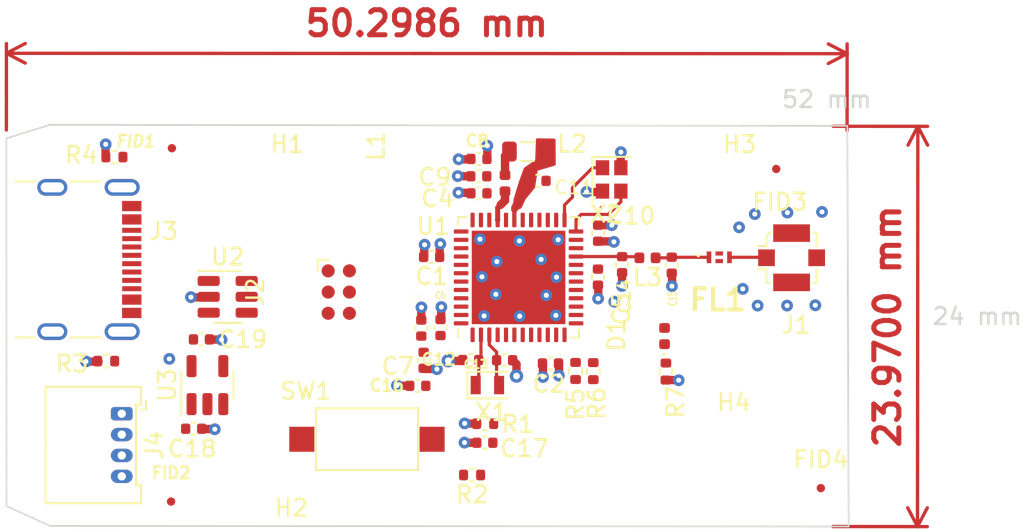
<source format=kicad_pcb>
(kicad_pcb (version 20221018) (generator pcbnew)
  (layers (0 "F.Cu" signal) (1 "In1.Cu" signal) (2 "In2.Cu" signal) (31 "B.Cu" signal) (34 "B.Paste" user) (35 "F.Paste" user) (36 "B.SilkS" user "B.Silkscreen") (37 "F.SilkS" user "F.Silkscreen") (38 "B.Mask" user) (39 "F.Mask" user) (44 "Edge.Cuts" user))
  (net 0 "")
  (net 1 "+3V3")
  (net 2 "GND")
  (net 3 "/SMPSFB")
  (net 4 "/LSC_IN")
  (net 5 "/lSC_OUT")
  (net 6 "/RF")
  (net 7 "/RF_MATCH")
  (net 8 "SWD_NRST")
  (net 9 "Net-(U1-PH3)")
  (net 10 "VBUS")
  (net 11 "Net-(D1-K)")
  (net 12 "Net-(D1-A)")
  (net 13 "/RF_ANT")
  (net 14 "Net-(J3-CC1)")
  (net 16 "Net-(J3-CC2)")
  (net 18 "Net-(J4-Pin_2)")
  (net 19 "Net-(J4-Pin_3)")
  (net 20 "/SMPSLXL")
  (net 21 "/SMPSLX")
  (net 22 "Net-(R2-Pad2)")
  (net 23 "/UART_ TX")
  (net 24 "/UART_ RX")
  (net 35 "/HSC_OUT")
  (net 36 "/HSC_IN")
  (net 43 "USB_D-")
  (net 44 "USB_D+")
  (net 51 "/SWCLK")
  (net 52 "/SWO")
  (footprint "Capacitor_SMD:C_0402_1005Metric" (layer "F.Cu") (at 61.655 71.085 90)
    (fp_text reference "C6" (at 1.93 -0.01 180) (layer "F.SilkS") (effects (font (size 0.4 0.3) (thickness 0.075))))
    (fp_text value "100n")
    (pad "1" smd roundrect (at -0.48 0 90) (size 0.56 0.62) (layers "F.Cu" "F.Paste" "F.Mask") (net 1 "+3V3"))
    (pad "2" smd roundrect (at 0.48 0 90) (size 0.56 0.62) (layers "F.Cu" "F.Paste" "F.Mask") (net 2 "GND"))
  )
  (footprint "Inductor_SMD:L_0402_1005Metric" (layer "F.Cu") (at 74.04 66.91 180)
    (fp_text reference "L3" (at 0 -1.17) (layer "F.SilkS"))
    (fp_text value "2n7")
    (pad "1" smd roundrect (at -0.485 0 180) (size 0.59 0.64) (layers "F.Cu" "F.Paste" "F.Mask") (net 7 "/RF_MATCH"))
    (pad "2" smd roundrect (at 0.485 0 180) (size 0.59 0.64) (layers "F.Cu" "F.Paste" "F.Mask") (net 6 "/RF"))
  )
  (footprint "Package_TO_SOT_SMD:SOT-23-5" (layer "F.Cu") (at 47.71 74.5325 90)
    (fp_text reference "U3" (at 0 -2.4 90) (layer "F.SilkS"))
    (fp_text value "MIC5365-3.3YD5")
    (pad "1" smd roundrect (at -1.1375 -0.95 90) (size 1.325 0.6) (layers "F.Cu" "F.Paste" "F.Mask") (net 10 "VBUS"))
    (pad "2" smd roundrect (at -1.1375 0 90) (size 1.325 0.6) (layers "F.Cu" "F.Paste" "F.Mask") (net 2 "GND"))
    (pad "3" smd roundrect (at -1.1375 0.95 90) (size 1.325 0.6) (layers "F.Cu" "F.Paste" "F.Mask") (net 10 "VBUS"))
    (pad "4" smd roundrect (at 1.1375 0.95 90) (size 1.325 0.6) (layers "F.Cu" "F.Paste" "F.Mask"))
    (pad "5" smd roundrect (at 1.1375 -0.95 90) (size 1.325 0.6) (layers "F.Cu" "F.Paste" "F.Mask") (net 1 "+3V3"))
  )
  (footprint "Capacitor_SMD:C_0402_1005Metric" (layer "F.Cu") (at 60.505 71.115 90)
    (fp_text reference "C3" (at 1.84 -0.32 180) (layer "F.SilkS") (effects (font (size 0.4 0.3) (thickness 0.0125))))
    (fp_text value "100n")
    (pad "1" smd roundrect (at -0.48 0 90) (size 0.56 0.62) (layers "F.Cu" "F.Paste" "F.Mask") (net 1 "+3V3"))
    (pad "2" smd roundrect (at 0.48 0 90) (size 0.56 0.62) (layers "F.Cu" "F.Paste" "F.Mask") (net 2 "GND"))
  )
  (footprint "Resistor_SMD:R_0402_1005Metric" (layer "F.Cu") (at 64.325 76.845)
    (fp_text reference "R1" (at 1.96 0.02) (layer "F.SilkS"))
    (fp_text value "5k1")
    (pad "1" smd roundrect (at -0.51 0) (size 0.54 0.64) (layers "F.Cu" "F.Paste" "F.Mask") (net 2 "GND"))
    (pad "2" smd roundrect (at 0.51 0) (size 0.54 0.64) (layers "F.Cu" "F.Paste" "F.Mask") (net 9 "Net-(U1-PH3)"))
  )
  (footprint "Package_TO_SOT_SMD:SOT-23-6" (layer "F.Cu") (at 48.9225 69.245)
    (fp_text reference "U2" (at 0 -2.4) (layer "F.SilkS"))
    (fp_text value "USBLC6-2SC6")
    (pad "1" smd roundrect (at -1.1375 -0.95) (size 1.325 0.6) (layers "F.Cu" "F.Paste" "F.Mask") (net 43 "USB_D-"))
    (pad "2" smd roundrect (at -1.1375 0) (size 1.325 0.6) (layers "F.Cu" "F.Paste" "F.Mask") (net 2 "GND"))
    (pad "3" smd roundrect (at -1.1375 0.95) (size 1.325 0.6) (layers "F.Cu" "F.Paste" "F.Mask") (net 44 "USB_D+"))
    (pad "4" smd roundrect (at 1.1375 0.95) (size 1.325 0.6) (layers "F.Cu" "F.Paste" "F.Mask") (net 44 "USB_D+"))
    (pad "5" smd roundrect (at 1.1375 0) (size 1.325 0.6) (layers "F.Cu" "F.Paste" "F.Mask") (net 10 "VBUS"))
    (pad "6" smd roundrect (at 1.1375 -0.95) (size 1.325 0.6) (layers "F.Cu" "F.Paste" "F.Mask") (net 43 "USB_D-"))
  )
  (footprint "Capacitor_SMD:C_0402_1005Metric" (layer "F.Cu") (at 71.075 68.065 -90)
    (fp_text reference "C5" (at 1.895 -1.395 90) (layer "F.SilkS"))
    (fp_text value "100n")
    (pad "1" smd roundrect (at -0.48 0 270) (size 0.56 0.62) (layers "F.Cu" "F.Paste" "F.Mask") (net 1 "+3V3"))
    (pad "2" smd roundrect (at 0.48 0 270) (size 0.56 0.62) (layers "F.Cu" "F.Paste" "F.Mask") (net 2 "GND"))
  )
  (footprint "Capacitor_SMD:C_0402_1005Metric" (layer "F.Cu") (at 47.355 71.795)
    (fp_text reference "C19" (at 2.48 0) (layer "F.SilkS"))
    (fp_text value "4u7")
    (pad "1" smd roundrect (at -0.48 0) (size 0.56 0.62) (layers "F.Cu" "F.Paste" "F.Mask") (net 1 "+3V3"))
    (pad "2" smd roundrect (at 0.48 0) (size 0.56 0.62) (layers "F.Cu" "F.Paste" "F.Mask") (net 2 "GND"))
  )
  (footprint "MountingHole:MountingHole_2.2mm_M2" (layer "F.Cu") (at 76.57 62.23)
    (fp_text reference "H3" (at 2.98 -2.12) (layer "F.SilkS"))
    (fp_text value "MountingHole_Pad")
    (pad "" np_thru_hole circle (at 0 0) (size 2.2 2.2) (drill 2.2) (layers "*.Cu" "*.Mask"))
  )
  (footprint "Fiducial:Fiducial_0.5mm_Mask1.5mm" (layer "F.Cu") (at 81.74 61.59)
    (fp_text reference "FID3" (at 0.22 1.97) (layer "F.SilkS"))
    (fp_text value "Fiducial")
    (pad "" smd circle (at 0 0) (size 0.5 0.5) (layers "F.Cu" "F.Mask") (clearance 0.5))
  )
  (footprint "Resistor_SMD:R_0402_1005Metric" (layer "F.Cu") (at 63.545 79.915 180)
    (fp_text reference "R2" (at 0 -1.17) (layer "F.SilkS"))
    (fp_text value "220R")
    (pad "1" smd roundrect (at -0.51 0 180) (size 0.54 0.64) (layers "F.Cu" "F.Paste" "F.Mask") (net 9 "Net-(U1-PH3)"))
    (pad "2" smd roundrect (at 0.51 0 180) (size 0.54 0.64) (layers "F.Cu" "F.Paste" "F.Mask") (net 22 "Net-(R2-Pad2)"))
  )
  (footprint "Connector_USB:USB_C_Receptacle_GCT_USB4105-xx-A_16P_TopMnt_Horizontal" (layer "F.Cu") (at 39.505 67.01 -90)
    (fp_text reference "J3" (at -1.695 -5.585 unlocked) (layer "F.SilkS"))
    (fp_text value "USB_C_Receptacle_USB2.0")
    (pad "" np_thru_hole circle (at -2.89 -2.605 270) (size 0.65 0.65) (drill 0.65) (layers "F&B.Cu" "*.Mask"))
    (pad "" np_thru_hole circle (at 2.89 -2.605 270) (size 0.65 0.65) (drill 0.65) (layers "F&B.Cu" "*.Mask"))
    (pad "A1" smd rect (at -3.2 -3.68 270) (size 0.6 1.15) (layers "F.Cu" "F.Paste" "F.Mask") (net 2 "GND"))
    (pad "A4" smd rect (at -2.4 -3.68 270) (size 0.6 1.15) (layers "F.Cu" "F.Paste" "F.Mask") (net 10 "VBUS"))
    (pad "A5" smd rect (at -1.25 -3.68 270) (size 0.3 1.15) (layers "F.Cu" "F.Paste" "F.Mask") (net 14 "Net-(J3-CC1)"))
    (pad "A6" smd rect (at -0.25 -3.68 270) (size 0.3 1.15) (layers "F.Cu" "F.Paste" "F.Mask") (net 44 "USB_D+"))
    (pad "A7" smd rect (at 0.25 -3.68 270) (size 0.3 1.15) (layers "F.Cu" "F.Paste" "F.Mask") (net 43 "USB_D-"))
    (pad "A8" smd rect (at 1.25 -3.68 270) (size 0.3 1.15) (layers "F.Cu" "F.Paste" "F.Mask"))
    (pad "A9" smd rect (at 2.4 -3.68 270) (size 0.6 1.15) (layers "F.Cu" "F.Paste" "F.Mask") (net 10 "VBUS"))
    (pad "A12" smd rect (at 3.2 -3.68 270) (size 0.6 1.15) (layers "F.Cu" "F.Paste" "F.Mask") (net 2 "GND"))
    (pad "B1" smd rect (at 3.2 -3.68 270) (size 0.6 1.15) (layers "F.Cu" "F.Paste" "F.Mask") (net 2 "GND"))
    (pad "B4" smd rect (at 2.4 -3.68 270) (size 0.6 1.15) (layers "F.Cu" "F.Paste" "F.Mask") (net 10 "VBUS"))
    (pad "B5" smd rect (at 1.75 -3.68 270) (size 0.3 1.15) (layers "F.Cu" "F.Paste" "F.Mask") (net 16 "Net-(J3-CC2)"))
    (pad "B6" smd rect (at 0.75 -3.68 270) (size 0.3 1.15) (layers "F.Cu" "F.Paste" "F.Mask") (net 44 "USB_D+"))
    (pad "B7" smd rect (at -0.75 -3.68 270) (size 0.3 1.15) (layers "F.Cu" "F.Paste" "F.Mask") (net 43 "USB_D-"))
    (pad "B8" smd rect (at -1.75 -3.68 270) (size 0.3 1.15) (layers "F.Cu" "F.Paste" "F.Mask"))
    (pad "B9" smd rect (at -2.4 -3.68 270) (size 0.6 1.15) (layers "F.Cu" "F.Paste" "F.Mask") (net 10 "VBUS"))
    (pad "B12" smd rect (at -3.2 -3.68 270) (size 0.6 1.15) (layers "F.Cu" "F.Paste" "F.Mask") (net 2 "GND"))
    (pad "S1" thru_hole oval (at -4.32 -3.105 270) (size 1 2.1) (drill oval 0.6 1.7) (layers "*.Cu" "*.Mask" "F.Paste") (net 2 "GND"))
    (pad "S1" thru_hole oval (at -4.32 1.075 270) (size 1 1.8) (drill oval 0.6 1.4) (layers "*.Cu" "*.Mask" "F.Paste") (net 2 "GND"))
    (pad "S1" thru_hole oval (at 4.32 -3.105 270) (size 1 2.1) (drill oval 0.6 1.7) (layers "*.Cu" "*.Mask" "F.Paste") (net 2 "GND"))
    (pad "S1" thru_hole oval (at 4.32 1.075 270) (size 1 1.8) (drill oval 0.6 1.4) (layers "*.Cu" "*.Mask" "F.Paste") (net 2 "GND"))
  )
  (footprint "Capacitor_SMD:C_0402_1005Metric" (layer "F.Cu") (at 60.645 73.045 -90)
    (fp_text reference "C7" (at 0.36 1.54 -180) (layer "F.SilkS"))
    (fp_text value "4u7")
    (pad "1" smd roundrect (at -0.48 0 270) (size 0.56 0.62) (layers "F.Cu" "F.Paste" "F.Mask") (net 1 "+3V3"))
    (pad "2" smd roundrect (at 0.48 0 270) (size 0.56 0.62) (layers "F.Cu" "F.Paste" "F.Mask") (net 2 "GND"))
  )
  (footprint "Capacitor_SMD:C_0402_1005Metric" (layer "F.Cu") (at 71.085 65.435 -90)
    (fp_text reference "C10" (at -1.04 -1.97) (layer "F.SilkS"))
    (fp_text value "100n")
    (pad "1" smd roundrect (at -0.48 0 270) (size 0.56 0.62) (layers "F.Cu" "F.Paste" "F.Mask") (net 1 "+3V3"))
    (pad "2" smd roundrect (at 0.48 0 270) (size 0.56 0.62) (layers "F.Cu" "F.Paste" "F.Mask") (net 2 "GND"))
  )
  (footprint "Capacitor_SMD:C_0402_1005Metric" (layer "F.Cu") (at 68.235 73.235)
    (fp_text reference "C2" (at -0.1 1.23) (layer "F.SilkS"))
    (fp_text value "100n")
    (pad "1" smd roundrect (at -0.48 0) (size 0.56 0.62) (layers "F.Cu" "F.Paste" "F.Mask") (net 1 "+3V3"))
    (pad "2" smd roundrect (at 0.48 0) (size 0.56 0.62) (layers "F.Cu" "F.Paste" "F.Mask") (net 2 "GND"))
  )
  (footprint "Capacitor_SMD:C_0402_1005Metric" (layer "F.Cu") (at 61.125 66.855 180)
    (fp_text reference "C1" (at 0 -1.16) (layer "F.SilkS"))
    (fp_text value "100n")
    (pad "1" smd roundrect (at -0.48 0 180) (size 0.56 0.62) (layers "F.Cu" "F.Paste" "F.Mask") (net 1 "+3V3"))
    (pad "2" smd roundrect (at 0.48 0 180) (size 0.56 0.62) (layers "F.Cu" "F.Paste" "F.Mask") (net 2 "GND"))
  )
  (footprint "Crystal:Crystal_SMD_2016-4Pin_2.0x1.6mm" (layer "F.Cu") (at 71.895 62.215 -90)
    (fp_text reference "X2" (at 2.07 0.33) (layer "F.SilkS"))
    (fp_text value "32MHz")
    (pad "1" smd rect (at -0.7 0.55 270) (size 0.9 0.8) (layers "F.Cu" "F.Paste" "F.Mask") (net 36 "/HSC_IN"))
    (pad "2" smd rect (at 0.7 0.55 270) (size 0.9 0.8) (layers "F.Cu" "F.Paste" "F.Mask") (net 2 "GND"))
    (pad "3" smd rect (at 0.7 -0.55 270) (size 0.9 0.8) (layers "F.Cu" "F.Paste" "F.Mask") (net 35 "/HSC_OUT"))
    (pad "4" smd rect (at -0.7 -0.55 270) (size 0.9 0.8) (layers "F.Cu" "F.Paste" "F.Mask") (net 2 "GND"))
  )
  (footprint "Capacitor_SMD:C_0402_1005Metric" (layer "F.Cu") (at 46.89 77.145)
    (fp_text reference "C18" (at -0.095 1.2) (layer "F.SilkS"))
    (fp_text value "4u7")
    (pad "1" smd roundrect (at -0.48 0) (size 0.56 0.62) (layers "F.Cu" "F.Paste" "F.Mask") (net 10 "VBUS"))
    (pad "2" smd roundrect (at 0.48 0) (size 0.56 0.62) (layers "F.Cu" "F.Paste" "F.Mask") (net 2 "GND"))
  )
  (footprint "Resistor_SMD:R_0402_1005Metric" (layer "F.Cu") (at 75.14 73.72 90)
    (fp_text reference "R7" (at -1.83 0.58 90) (layer "F.SilkS"))
    (fp_text value "220R")
    (pad "1" smd roundrect (at -0.51 0 90) (size 0.54 0.64) (layers "F.Cu" "F.Paste" "F.Mask") (net 2 "GND"))
    (pad "2" smd roundrect (at 0.51 0 90) (size 0.54 0.64) (layers "F.Cu" "F.Paste" "F.Mask") (net 11 "Net-(D1-K)"))
  )
  (footprint "Capacitor_SMD:C_0402_1005Metric" (layer "F.Cu") (at 75.49 67.35 -90)
    (fp_text reference "C15" (at 2 -0.05 90) (layer "F.SilkS") (effects (font (size 0.5 0.3) (thickness 0.075))))
    (fp_text value "0p3")
    (pad "1" smd roundrect (at -0.48 0 270) (size 0.56 0.62) (layers "F.Cu" "F.Paste" "F.Mask") (net 7 "/RF_MATCH"))
    (pad "2" smd roundrect (at 0.48 0 270) (size 0.56 0.62) (layers "F.Cu" "F.Paste" "F.Mask") (net 2 "GND"))
  )
  (footprint "Resistor_SMD:R_0402_1005Metric" (layer "F.Cu") (at 70.795 73.695 90)
    (fp_text reference "R6" (at -1.93 0.21 90) (layer "F.SilkS"))
    (fp_text value "220R")
    (pad "1" smd roundrect (at -0.51 0 90) (size 0.54 0.64) (layers "F.Cu" "F.Paste" "F.Mask") (net 19 "Net-(J4-Pin_3)"))
    (pad "2" smd roundrect (at 0.51 0 90) (size 0.54 0.64) (layers "F.Cu" "F.Paste" "F.Mask") (net 24 "/UART_ RX"))
  )
  (footprint "Fiducial:Fiducial_0.5mm_Mask1.5mm" (layer "F.Cu") (at 84.41 80.7)
    (fp_text reference "FID4" (at 0 -1.7145) (layer "F.SilkS"))
    (fp_text value "Fiducial")
    (pad "" smd circle (at 0 0) (size 0.5 0.5) (layers "F.Cu" "F.Mask") (clearance 0.5))
  )
  (footprint "Resistor_SMD:R_0402_1005Metric" (layer "F.Cu") (at 41.65 73.095 180)
    (fp_text reference "R3" (at 2.045 -0.16) (layer "F.SilkS"))
    (fp_text value "5k1")
    (pad "1" smd roundrect (at -0.51 0 180) (size 0.54 0.64) (layers "F.Cu" "F.Paste" "F.Mask") (net 16 "Net-(J3-CC2)"))
    (pad "2" smd roundrect (at 0.51 0 180) (size 0.54 0.64) (layers "F.Cu" "F.Paste" "F.Mask") (net 2 "GND"))
  )
  (footprint "Capacitor_SMD:C_0402_1005Metric" (layer "F.Cu") (at 72.52 67.32 -90)
    (fp_text reference "C14" (at 1.9 -0.14 90) (layer "F.SilkS") (effects (font (size 0.7 0.7))))
    (fp_text value "0p8")
    (pad "1" smd roundrect (at -0.48 0 270) (size 0.56 0.62) (layers "F.Cu" "F.Paste" "F.Mask") (net 6 "/RF"))
    (pad "2" smd roundrect (at 0.48 0 270) (size 0.56 0.62) (layers "F.Cu" "F.Paste" "F.Mask") (net 2 "GND"))
  )
  (footprint "Capacitor_SMD:C_0402_1005Metric" (layer "F.Cu") (at 63.955 60.985 180)
    (fp_text reference "C8" (at 0.1 1.08) (layer "F.SilkS") (effects (font (size 0.7 0.7))))
    (fp_text value "4u7")
    (pad "1" smd roundrect (at -0.48 0 180) (size 0.56 0.62) (layers "F.Cu" "F.Paste" "F.Mask") (net 1 "+3V3"))
    (pad "2" smd roundrect (at 0.48 0 180) (size 0.56 0.62) (layers "F.Cu" "F.Paste" "F.Mask") (net 2 "GND"))
  )
  (footprint "Resistor_SMD:R_0402_1005Metric" (layer "F.Cu") (at 42.145 60.875 180)
    (fp_text reference "R4" (at 1.98 0.12) (layer "F.SilkS"))
    (fp_text value "5k1")
    (pad "1" smd roundrect (at -0.51 0 180) (size 0.54 0.64) (layers "F.Cu" "F.Paste" "F.Mask") (net 14 "Net-(J3-CC1)"))
    (pad "2" smd roundrect (at 0.51 0 180) (size 0.54 0.64) (layers "F.Cu" "F.Paste" "F.Mask") (net 2 "GND"))
  )
  (footprint "Fiducial:Fiducial_0.5mm_Mask1.5mm" (layer "F.Cu") (at 45.535 81.505)
    (fp_text reference "FID2" (at 0 -1.7145) (layer "F.SilkS") (effects (font (size 0.7 0.7))))
    (fp_text value "Fiducial")
    (pad "" smd circle (at 0 0) (size 0.5 0.5) (layers "F.Cu" "F.Mask") (clearance 0.5))
  )
  (footprint "Inductor_SMD:L_0805_2012Metric" (layer "F.Cu") (at 66.8425 60.545 180)
    (fp_text reference "L2" (at -2.6825 0.46) (layer "F.SilkS"))
    (fp_text value "10u")
    (pad "1" smd roundrect (at -1.0625 0 180) (size 0.875 1.2) (layers "F.Cu" "F.Paste" "F.Mask") (net 3 "/SMPSFB"))
    (pad "2" smd roundrect (at 1.0625 0 180) (size 0.875 1.2) (layers "F.Cu" "F.Paste" "F.Mask") (net 20 "/SMPSLXL"))
  )
  (footprint "Capacitor_SMD:C_0402_1005Metric" (layer "F.Cu") (at 63.945 62.025 180)
    (fp_text reference "C9" (at 2.63 -0.05) (layer "F.SilkS"))
    (fp_text value "100n")
    (pad "1" smd roundrect (at -0.48 0 180) (size 0.56 0.62) (layers "F.Cu" "F.Paste" "F.Mask") (net 1 "+3V3"))
    (pad "2" smd roundrect (at 0.48 0 180) (size 0.56 0.62) (layers "F.Cu" "F.Paste" "F.Mask") (net 2 "GND"))
  )
  (footprint "Connector_Molex:Molex_PicoBlade_53048-0410_1x04_P1.25mm_Horizontal" (layer "F.Cu") (at 42.585 76.245 -90)
    (fp_text reference "J4" (at 1.88 -1.95 90) (layer "F.SilkS"))
    (fp_text value "Conn_01x04")
    (pad "1" thru_hole roundrect (at 0 0 270) (size 0.8 1.3) (drill 0.5) (layers "*.Cu" "*.Mask") (net 1 "+3V3"))
    (pad "2" thru_hole oval (at 1.25 0 270) (size 0.8 1.3) (drill 0.5) (layers "*.Cu" "*.Mask") (net 18 "Net-(J4-Pin_2)"))
    (pad "3" thru_hole oval (at 2.5 0 270) (size 0.8 1.3) (drill 0.5) (layers "*.Cu" "*.Mask") (net 19 "Net-(J4-Pin_3)"))
    (pad "4" thru_hole oval (at 3.75 0 270) (size 0.8 1.3) (drill 0.5) (layers "*.Cu" "*.Mask") (net 2 "GND"))
  )
  (footprint "Package_DFN_QFN:QFN-48-1EP_7x7mm_P0.5mm_EP5.6x5.6mm" (layer "F.Cu") (at 66.325 68.0825 90)
    (fp_text reference "U1" (at 3.07 -5.1 180) (layer "F.SilkS"))
    (fp_text value "STM32WB55CEUx")
    (pad "1" smd roundrect (at -3.4375 -2.75 90) (size 0.875 0.25) (layers "F.Cu" "F.Paste" "F.Mask") (net 1 "+3V3"))
    (pad "2" smd roundrect (at -3.4375 -2.25 90) (size 0.875 0.25) (layers "F.Cu" "F.Paste" "F.Mask") (net 4 "/LSC_IN"))
    (pad "3" smd roundrect (at -3.4375 -1.75 90) (size 0.875 0.25) (layers "F.Cu" "F.Paste" "F.Mask") (net 5 "/lSC_OUT"))
    (pad "4" smd roundrect (at -3.4375 -1.25 90) (size 0.875 0.25) (layers "F.Cu" "F.Paste" "F.Mask") (net 9 "Net-(U1-PH3)"))
    (pad "5" smd roundrect (at -3.4375 -0.75 90) (size 0.875 0.25) (layers "F.Cu" "F.Paste" "F.Mask"))
    (pad "6" smd roundrect (at -3.4375 -0.25 90) (size 0.875 0.25) (layers "F.Cu" "F.Paste" "F.Mask"))
    (pad "7" smd roundrect (at -3.4375 0.25 90) (size 0.875 0.25) (layers "F.Cu" "F.Paste" "F.Mask") (net 8 "SWD_NRST"))
    (pad "8" smd roundrect (at -3.4375 0.75 90) (size 0.875 0.25) (layers "F.Cu" "F.Paste" "F.Mask") (net 1 "+3V3"))
    (pad "9" smd roundrect (at -3.4375 1.25 90) (size 0.875 0.25) (layers "F.Cu" "F.Paste" "F.Mask"))
    (pad "10" smd roundrect (at -3.4375 1.75 90) (size 0.875 0.25) (layers "F.Cu" "F.Paste" "F.Mask"))
    (pad "11" smd roundrect (at -3.4375 2.25 90) (size 0.875 0.25) (layers "F.Cu" "F.Paste" "F.Mask") (net 23 "/UART_ TX"))
    (pad "12" smd roundrect (at -3.4375 2.75 90) (size 0.875 0.25) (layers "F.Cu" "F.Paste" "F.Mask") (net 24 "/UART_ RX"))
    (pad "13" smd roundrect (at -2.75 3.4375 90) (size 0.25 0.875) (layers "F.Cu" "F.Paste" "F.Mask"))
    (pad "14" smd roundrect (at -2.25 3.4375 90) (size 0.25 0.875) (layers "F.Cu" "F.Paste" "F.Mask"))
    (pad "15" smd roundrect (at -1.75 3.4375 90) (size 0.25 0.875) (layers "F.Cu" "F.Paste" "F.Mask"))
    (pad "16" smd roundrect (at -1.25 3.4375 90) (size 0.25 0.875) (layers "F.Cu" "F.Paste" "F.Mask") (net 12 "Net-(D1-A)"))
    (pad "17" smd roundrect (at -0.75 3.4375 90) (size 0.25 0.875) (layers "F.Cu" "F.Paste" "F.Mask"))
    (pad "18" smd roundrect (at -0.25 3.4375 90) (size 0.25 0.875) (layers "F.Cu" "F.Paste" "F.Mask"))
    (pad "19" smd roundrect (at 0.25 3.4375 90) (size 0.25 0.875) (layers "F.Cu" "F.Paste" "F.Mask"))
    (pad "20" smd roundrect (at 0.75 3.4375 90) (size 0.25 0.875) (layers "F.Cu" "F.Paste" "F.Mask") (net 1 "+3V3"))
    (pad "21" smd roundrect (at 1.25 3.4375 90) (size 0.25 0.875) (layers "F.Cu" "F.Paste" "F.Mask") (net 6 "/RF"))
    (pad "22" smd roundrect (at 1.75 3.4375 90) (size 0.25 0.875) (layers "F.Cu" "F.Paste" "F.Mask") (net 2 "GND"))
    (pad "23" smd roundrect (at 2.25 3.4375 90) (size 0.25 0.875) (layers "F.Cu" "F.Paste" "F.Mask") (net 1 "+3V3"))
    (pad "24" smd roundrect (at 2.75 3.4375 90) (size 0.25 0.875) (layers "F.Cu" "F.Paste" "F.Mask") (net 35 "/HSC_OUT"))
    (pad "25" smd roundrect (at 3.4375 2.75 90) (size 0.875 0.25) (layers "F.Cu" "F.Paste" "F.Mask") (net 36 "/HSC_IN"))
    (pad "26" smd roundrect (at 3.4375 2.25 90) (size 0.875 0.25) (layers "F.Cu" "F.Paste" "F.Mask"))
    (pad "27" smd roundrect (at 3.4375 1.75 90) (size 0.875 0.25) (layers "F.Cu" "F.Paste" "F.Mask"))
    (pad "28" smd roundrect (at 3.4375 1.25 90) (size 0.875 0.25) (layers "F.Cu" "F.Paste" "F.Mask"))
    (pad "29" smd roundrect (at 3.4375 0.75 90) (size 0.875 0.25) (layers "F.Cu" "F.Paste" "F.Mask"))
    (pad "30" smd roundrect (at 3.4375 0.25 90) (size 0.875 0.25) (layers "F.Cu" "F.Paste" "F.Mask"))
    (pad "31" smd roundrect (at 3.4375 -0.25 90) (size 0.875 0.25) (layers "F.Cu" "F.Paste" "F.Mask") (net 3 "/SMPSFB"))
    (pad "32" smd roundrect (at 3.4375 -0.75 90) (size 0.875 0.25) (layers "F.Cu" "F.Paste" "F.Mask") (net 2 "GND"))
    (pad "33" smd roundrect (at 3.4375 -1.25 90) (size 0.875 0.25) (layers "F.Cu" "F.Paste" "F.Mask") (net 21 "/SMPSLX"))
    (pad "34" smd roundrect (at 3.4375 -1.75 90) (size 0.875 0.25) (layers "F.Cu" "F.Paste" "F.Mask") (net 1 "+3V3"))
    (pad "35" smd roundrect (at 3.4375 -2.25 90) (size 0.875 0.25) (layers "F.Cu" "F.Paste" "F.Mask") (net 1 "+3V3"))
    (pad "36" smd roundrect (at 3.4375 -2.75 90) (size 0.875 0.25) (layers "F.Cu" "F.Paste" "F.Mask"))
    (pad "37" smd roundrect (at 2.75 -3.4375 90) (size 0.25 0.875) (layers "F.Cu" "F.Paste" "F.Mask") (net 43 "USB_D-"))
    (pad "38" smd roundrect (at 2.25 -3.4375 90) (size 0.25 0.875) (layers "F.Cu" "F.Paste" "F.Mask") (net 44 "USB_D+"))
    (pad "39" smd roundrect (at 1.75 -3.4375 90) (size 0.25 0.875) (layers "F.Cu" "F.Paste" "F.Mask") (net 51 "/SWCLK"))
    (pad "40" smd roundrect (at 1.25 -3.4375 90) (size 0.25 0.875) (layers "F.Cu" "F.Paste" "F.Mask") (net 1 "+3V3"))
    (pad "41" smd roundrect (at 0.75 -3.4375 90) (size 0.25 0.875) (layers "F.Cu" "F.Paste" "F.Mask") (net 51 "/SWCLK"))
    (pad "42" smd roundrect (at 0.25 -3.4375 90) (size 0.25 0.875) (layers "F.Cu" "F.Paste" "F.Mask"))
    (pad "43" smd roundrect (at -0.25 -3.4375 90) (size 0.25 0.875) (layers "F.Cu" "F.Paste" "F.Mask") (net 52 "/SWO"))
    (pad "44" smd roundrect (at -0.75 -3.4375 90) (size 0.25 0.875) (layers "F.Cu" "F.Paste" "F.Mask"))
    (pad "45" smd roundrect (at -1.25 -3.4375 90) (size 0.25 0.875) (layers "F.Cu" "F.Paste" "F.Mask"))
    (pad "46" smd roundrect (at -1.75 -3.4375 90) (size 0.25 0.875) (layers "F.Cu" "F.Paste" "F.Mask"))
    (pad "47" smd roundrect (at -2.25 -3.4375 90) (size 0.25 0.875) (layers "F.Cu" "F.Paste" "F.Mask"))
    (pad "48" smd roundrect (at -2.75 -3.4375 90) (size 0.25 0.875) (layers "F.Cu" "F.Paste" "F.Mask") (net 1 "+3V3"))
    (pad "49" smd rect (at 0 0 90) (size 5.6 5.6) (layers "F.Cu" "F.Mask") (net 2 "GND"))
  )
  (footprint "MountingHole:MountingHole_2.2mm_M2" (layer "F.Cu") (at 49.395 62.215)
    (fp_text reference "H1" (at 3.09 -2.11) (layer "F.SilkS"))
    (fp_text value "MountingHole_Pad")
    (pad "" np_thru_hole circle (at 0 0) (size 2.2 2.2) (drill 2.2) (layers "*.Cu" "*.Mask"))
  )
  (footprint "MountingHole:MountingHole_2.2mm_M2" (layer "F.Cu") (at 49.375 80.075)
    (fp_text reference "H2" (at 3.36 1.81) (layer "F.SilkS"))
    (fp_text value "MountingHole_Pad")
    (pad "" np_thru_hole circle (at 0 0) (size 2.2 2.2) (drill 2.2) (layers "*.Cu" "*.Mask"))
  )
  (footprint "Capacitor_SMD:C_0402_1005Metric" (layer "F.Cu") (at 63.46 73.03 180)
    (fp_text reference "C12" (at 1.91 0.04) (layer "F.SilkS") (effects (font (size 0.7 0.7))))
    (fp_text value "10p")
    (pad "1" smd roundrect (at -0.48 0 180) (size 0.56 0.62) (layers "F.Cu" "F.Paste" "F.Mask") (net 4 "/LSC_IN"))
    (pad "2" smd roundrect (at 0.48 0 180) (size 0.56 0.62) (layers "F.Cu" "F.Paste" "F.Mask") (net 2 "GND"))
  )
  (footprint "Resistor_SMD:R_0402_1005Metric" (layer "F.Cu") (at 69.735 73.685 90)
    (fp_text reference "R5" (at -2 0 90) (layer "F.SilkS"))
    (fp_text value "220R")
    (pad "1" smd roundrect (at -0.51 0 90) (size 0.54 0.64) (layers "F.Cu" "F.Paste" "F.Mask") (net 18 "Net-(J4-Pin_2)"))
    (pad "2" smd roundrect (at 0.51 0 90) (size 0.54 0.64) (layers "F.Cu" "F.Paste" "F.Mask") (net 23 "/UART_ TX"))
  )
  (footprint "Capacitor_SMD:C_0402_1005Metric" (layer "F.Cu") (at 67.49 62.3)
    (fp_text reference "C11" (at 2.14 0.39) (layer "F.SilkS") (effects (font (size 0.8 0.8) (thickness 0.1))))
    (fp_text value "4u7")
    (pad "1" smd roundrect (at -0.48 0) (size 0.56 0.62) (layers "F.Cu" "F.Paste" "F.Mask") (net 3 "/SMPSFB"))
    (pad "2" smd roundrect (at 0.48 0) (size 0.56 0.62) (layers "F.Cu" "F.Paste" "F.Mask") (net 2 "GND"))
  )
  (footprint "LED_SMD:LED_0402_1005Metric" (layer "F.Cu") (at 75.06 71.595 90)
    (fp_text reference "D1" (at 0.055 -2.885 90) (layer "F.SilkS"))
    (fp_text value "LED")
    (pad "1" smd roundrect (at -0.485 0 90) (size 0.59 0.64) (layers "F.Cu" "F.Paste" "F.Mask") (net 11 "Net-(D1-K)"))
    (pad "2" smd roundrect (at 0.485 0 90) (size 0.59 0.64) (layers "F.Cu" "F.Paste" "F.Mask") (net 12 "Net-(D1-A)"))
  )
  (footprint "KiCad:DLF162500LT5028A1" (layer "F.Cu") (at 78.33 66.877)
    (fp_text reference "FL1" (at -0.09 2.553) (layer "F.SilkS") (effects (font (size 1.27 1.27) (thickness 0.254))))
    (fp_text value "DLF162500LT-5028A1" hide)
    (pad "1" smd rect (at -0.612 0) (size 0.275 0.7) (layers "F.Cu" "F.Paste" "F.Mask") (net 7 "/RF_MATCH"))
    (pad "2" smd rect (at 0 0.227 90) (size 0.245 0.45) (layers "F.Cu" "F.Paste" "F.Mask") (net 2 "GND"))
    (pad "3" smd rect (at 0.613 0) (size 0.275 0.7) (layers "F.Cu" "F.Paste" "F.Mask") (net 13 "/RF_ANT"))
    (pad "4" smd rect (at 0 -0.227 90) (size 0.245 0.45) (layers "F.Cu" "F.Paste" "F.Mask") (net 2 "GND"))
  )
  (footprint "Capacitor_SMD:C_0402_1005Metric" (layer "F.Cu") (at 63.955 63.045 180)
    (fp_text reference "C4" (at 2.48 -0.32) (layer "F.SilkS"))
    (fp_text value "100n")
    (pad "1" smd roundrect (at -0.48 0 180) (size 0.56 0.62) (layers "F.Cu" "F.Paste" "F.Mask") (net 1 "+3V3"))
    (pad "2" smd roundrect (at 0.48 0 180) (size 0.56 0.62) (layers "F.Cu" "F.Paste" "F.Mask") (net 2 "GND"))
  )
  (footprint "Capacitor_SMD:C_0402_1005Metric" (layer "F.Cu") (at 65.49 73.04)
    (fp_text reference "C13" (at -1.71 0.25) (layer "F.SilkS") (effects (font (size 0.5 0.5) (thickness 0.125))))
    (fp_text value "10p")
    (pad "1" smd roundrect (at -0.48 0) (size 0.56 0.62) (layers "F.Cu" "F.Paste" "F.Mask") (net 5 "/lSC_OUT"))
    (pad "2" smd roundrect (at 0.48 0) (size 0.56 0.62) (layers "F.Cu" "F.Paste" "F.Mask") (net 2 "GND"))
  )
  (footprint "MountingHole:MountingHole_2.2mm_M2" (layer "F.Cu") (at 79.2 78.77)
    (fp_text reference "H4" (at 0 -3.2) (layer "F.SilkS"))
    (fp_text value "MountingHole_Pad")
    (pad "" np_thru_hole circle (at 0 0) (size 2.2 2.2) (drill 2.2) (layers "*.Cu" "*.Mask"))
  )
  (footprint "Connector_Coaxial:U.FL_Molex_MCRF_73412-0110_Vertical" (layer "F.Cu") (at 82.66 66.905 -90)
    (fp_text reference "J1" (at 4.025 -0.27 -180) (layer "F.SilkS"))
    (fp_text value "Conn_Coaxial")
    (pad "1" smd rect (at 0 1.5 270) (size 1 1) (layers "F.Cu" "F.Paste" "F.Mask") (net 13 "/RF_ANT"))
    (pad "2" smd rect (at -1.475 0 270) (size 1.05 2.2) (layers "F.Cu" "F.Paste" "F.Mask") (net 2 "GND"))
    (pad "2" smd rect (at 0 -1.5 270) (size 1 1) (layers "F.Cu" "F.Paste" "F.Mask") (net 2 "GND"))
    (pad "2" smd rect (at 1.475 0 270) (size 1.05 2.2) (layers "F.Cu" "F.Paste" "F.Mask") (net 2 "GND"))
  )
  (footprint "Connector:Tag-Connect_TC2030-IDC-FP_2x03_P1.27mm_Vertical" (layer "F.Cu") (at 55.57 68.96 -90)
    (fp_text reference "J2" (at 0 5 90) (layer "F.SilkS"))
    (fp_text value "Conn_ARM_SWD_TagConnect_TC2030")
    (pad "" np_thru_hole circle (at -2.54 -2.54 270) (size 2.3749 2.3749) (drill 2.3749) (layers "*.Cu" "*.Mask"))
    (pad "" np_thru_hole circle (at -2.54 0 270) (size 0.9906 0.9906) (drill 0.9906) (layers "*.Cu" "*.Mask"))
    (pad "" np_thru_hole circle (at -2.54 2.54 270) (size 2.3749 2.3749) (drill 2.3749) (layers "*.Cu" "*.Mask"))
    (pad "" np_thru_hole circle (at 0.635 -2.54 270) (size 2.3749 2.3749) (drill 2.3749) (layers "*.Cu" "*.Mask"))
    (pad "" np_thru_hole circle (at 0.635 2.54 270) (size 2.3749 2.3749) (drill 2.3749) (layers "*.Cu" "*.Mask"))
    (pad "" np_thru_hole circle (at 2.54 -1.016 270) (size 0.9906 0.9906) (drill 0.9906) (layers "*.Cu" "*.Mask"))
    (pad "" np_thru_hole circle (at 2.54 1.016 270) (size 0.9906 0.9906) (drill 0.9906) (layers "*.Cu" "*.Mask"))
    (pad "1" connect circle (at -1.27 0.635 270) (size 0.7874 0.7874) (layers "F.Cu" "F.Mask") (net 1 "+3V3"))
    (pad "2" connect circle (at -1.27 -0.635 270) (size 0.7874 0.7874) (layers "F.Cu" "F.Mask") (net 51 "/SWCLK"))
    (pad "3" connect circle (at 0 0.635 270) (size 0.7874 0.7874) (layers "F.Cu" "F.Mask") (net 8 "SWD_NRST"))
    (pad "4" connect circle (at 0 -0.635 270) (size 0.7874 0.7874) (layers "F.Cu" "F.Mask") (net 51 "/SWCLK"))
    (pad "5" connect circle (at 1.27 0.635 270) (size 0.7874 0.7874) (layers "F.Cu" "F.Mask") (net 2 "GND"))
    (pad "6" connect circle (at 1.27 -0.635 270) (size 0.7874 0.7874) (layers "F.Cu" "F.Mask") (net 52 "/SWO"))
    (zone (net 0) (net_name "") (layer "F.Cu") (connect_pads (clearance 0)) (min_thickness 0.254)
      (keepout (tracks allowed) (vias not_allowed) (pads allowed) (copperpour not_allowed) (footprints not_allowed))
      (fill (thermal_gap 0.508) (thermal_bridge_width 0.508))
      (polygon (pts (xy 56.205 70.23) (xy 56.205 67.69) (xy 54.935 67.69) (xy 54.935 70.23)))
    )
  )
  (footprint "Button_Switch_SMD:SW_SPST_CK_RS282G05A3" (layer "F.Cu") (at 57.255 77.775)
    (fp_text reference "SW1" (at -3.65 -2.89) (layer "F.SilkS"))
    (fp_text value "SW_Push")
    (pad "1" smd rect (at -3.9 0) (size 1.5 1.5) (layers "F.Cu" "F.Paste" "F.Mask") (net 1 "+3V3"))
    (pad "2" smd rect (at 3.9 0) (size 1.5 1.5) (layers "F.Cu" "F.Paste" "F.Mask") (net 22 "Net-(R2-Pad2)"))
  )
  (footprint "Crystal:Crystal_SMD_2012-2Pin_2.0x1.2mm" (layer "F.Cu") (at 64.46 74.53)
    (fp_text reference "X1" (at 0.25 1.63) (layer "F.SilkS"))
    (fp_text value "32KHz768")
    (pad "1" smd rect (at -0.7 0) (size 0.6 1.1) (layers "F.Cu" "F.Paste" "F.Mask") (net 4 "/LSC_IN"))
    (pad "2" smd rect (at 0.7 0) (size 0.6 1.1) (layers "F.Cu" "F.Paste" "F.Mask") (net 5 "/lSC_OUT"))
  )
  (footprint "Capacitor_SMD:C_0402_1005Metric" (layer "F.Cu") (at 64.305 77.985 180)
    (fp_text reference "C17" (at -2.36 -0.34) (layer "F.SilkS"))
    (fp_text value "100n")
    (pad "1" smd roundrect (at -0.48 0 180) (size 0.56 0.62) (layers "F.Cu" "F.Paste" "F.Mask") (net 9 "Net-(U1-PH3)"))
    (pad "2" smd roundrect (at 0.48 0 180) (size 0.56 0.62) (layers "F.Cu" "F.Paste" "F.Mask") (net 2 "GND"))
  )
  (footprint "Capacitor_SMD:C_0402_1005Metric" (layer "F.Cu") (at 60.295 74.575)
    (fp_text reference "C16" (at -1.85 -0.02) (layer "F.SilkS") (effects (font (size 0.7 0.7))))
    (fp_text value "100n")
    (pad "1" smd roundrect (at -0.48 0) (size 0.56 0.62) (layers "F.Cu" "F.Paste" "F.Mask") (net 2 "GND"))
    (pad "2" smd roundrect (at 0.48 0) (size 0.56 0.62) (layers "F.Cu" "F.Paste" "F.Mask") (net 8 "SWD_NRST"))
  )
  (footprint "Inductor_SMD:L_0402_1005Metric" (layer "F.Cu") (at 65.515 62.44 -90)
    (fp_text reference "L1" (at -2.22 7.725 -270) (layer "F.SilkS"))
    (fp_text value "10n")
    (pad "1" smd roundrect (at -0.485 0 270) (size 0.59 0.64) (layers "F.Cu" "F.Paste" "F.Mask") (net 20 "/SMPSLXL"))
    (pad "2" smd roundrect (at 0.485 0 270) (size 0.59 0.64) (layers "F.Cu" "F.Paste" "F.Mask") (net 21 "/SMPSLX"))
  )
  (footprint "Fiducial:Fiducial_0.5mm_Mask1.5mm" (layer "F.Cu") (at 45.585 60.345)
    (fp_text reference "FID1" (at -2.18 -0.41) (layer "F.SilkS") (effects (font (size 0.7 0.7) (thickness 0.15) italic)))
    (fp_text value "Fiducial")
    (pad "" smd circle (at 0 0) (size 0.5 0.5) (layers "F.Cu" "F.Mask") (clearance 0.5))
  )
  (gr_line (start 85.992893 59.007107) (end 86.075 83) (stroke (width 0.1)) (layer "Edge.Cuts"))
  (gr_line (start 35.688553 81.773946) (end 38.292107 82.962893) (stroke (width 0.1)) (layer "Edge.Cuts"))
  (gr_line (start 86.075 83) (end 38.292107 82.962893) (stroke (width 0.1)) (layer "Edge.Cuts"))
  (gr_line (start 38.285 58.945) (end 85.992893 59.007107) (stroke (width 0.1)) (layer "Edge.Cuts"))
  (gr_line (start 35.681447 59.756054) (end 38.285 58.945) (stroke (width 0.1)) (layer "Edge.Cuts"))
  (gr_line (start 35.688553 81.773946) (end 35.681447 59.756054) (stroke (width 0.1)) (layer "Edge.Cuts"))
  (gr_text "52 mm" (at 82 58) (layer "Edge.Cuts") (effects (font (size 1 1)) (justify left bottom)))
  (gr_text "24 mm" (at 91 71) (layer "Edge.Cuts") (effects (font (size 1 1)) (justify left bottom)))
  (dimension (type aligned) (layer "F.Cu") (pts (xy 35.681447 59.756054) (xy 85.98 59.78)) (height -5.094737) (gr_text "50,2986 mm" (at 60.834006 52.873291 359.9727228) (layer "F.Cu") (effects (font (size 1.5 1.5) (thickness 0.3)))) (format (prefix "") (suffix "") (units 3) (units_format 1) (precision 4)) (style (thickness 0.2) (arrow_length 1.27) (text_position_mode 0) (extension_height 0.58642) (extension_offset 0.5) keep_text_aligned))
  (dimension (type aligned) (layer "F.Cu") (pts (xy 84.65 59.03) (xy 84.63 83)) (height -5.562662) (gr_text "23,9700 mm" (at 88.402661 71.018139 89.95219377) (layer "F.Cu") (effects (font (size 1.5 1.5) (thickness 0.3)))) (format (prefix "") (suffix "") (units 3) (units_format 1) (precision 4)) (style (thickness 0.2) (arrow_length 1.27) (text_position_mode 0) (extension_height 0.58642) (extension_offset 0.5) keep_text_aligned))
  (segment (start 71.095 64.945) (end 71.165 64.945) (width 0.5) (layer "F.Cu") (net 1))
  (segment (start 61.605 66.855) (end 61.605 66.115) (width 0.5) (layer "F.Cu") (net 1))
  (segment (start 71.905 64.955) (end 71.085 64.955) (width 0.5) (layer "F.Cu") (net 1))
  (segment (start 67.785 74.045) (end 67.785 73.225) (width 0.5) (layer "F.Cu") (net 1))
  (segment (start 61.605 66.115) (end 61.645 66.075) (width 0.5) (layer "F.Cu") (net 1))
  (segment (start 64.455 60.195) (end 64.455 61.015) (width 0.5) (layer "F.Cu") (net 1))
  (via (at 72.049155 69.535456) (size 0.7) (drill 0.3) (layers "F.Cu" "B.Cu") (net 1))
  (via (at 61.645 66.075) (size 0.7) (drill 0.3) (layers "F.Cu" "B.Cu") (net 1))
  (via (at 64.455 60.195) (size 0.7) (drill 0.3) (layers "F.Cu" "B.Cu") (net 1))
  (via (at 71.905 64.955) (size 0.7) (drill 0.3) (layers "F.Cu" "B.Cu") (net 1))
  (via (at 67.785 74.045) (size 0.7) (drill 0.3) (layers "F.Cu" "B.Cu") (net 1))
  (segment (start 60.68 66.875) (end 60.68 66.15) (width 0.5) (layer "F.Cu") (net 2))
  (segment (start 62.935 73.08) (end 62.195 73.08) (width 0.5) (layer "F.Cu") (net 2))
  (segment (start 71.19 65.925) (end 71.94 65.925) (width 0.5) (layer "F.Cu") (net 2))
  (segment (start 63.86 76.835) (end 63.11 76.835) (width 0.5) (layer "F.Cu") (net 2))
  (segment (start 60.505 70.635) (end 60.505 69.885) (width 0.5) (layer "F.Cu") (net 2))
  (segment (start 68.745 73.2) (end 68.745 73.95) (width 0.5) (layer "F.Cu") (net 2))
  (segment (start 60.68 66.15) (end 60.705 66.125) (width 0.5) (layer "F.Cu") (net 2))
  (segment (start 63.85 77.985) (end 63.1 77.985) (width 0.5) (layer "F.Cu") (net 2))
  (segment (start 75.145 74.23) (end 75.895 74.23) (width 0.5) (layer "F.Cu") (net 2))
  (segment (start 63.5 61.015) (end 62.75 61.015) (width 0.5) (layer "F.Cu") (net 2))
  (segment (start 66.325 68.0825) (end 66.325 66.325) (width 0.25) (layer "F.Cu") (net 2))
  (segment (start 60.68 73.565) (end 61.43 73.565) (width 0.5) (layer "F.Cu") (net 2))
  (segment (start 62.175 73.08) (end 62.185 73.08) (width 0.5) (layer "F.Cu") (net 2))
  (segment (start 71.275 63.9) (end 71.285 63.89) (width 0.19) (layer "F.Cu") (net 2))
  (segment (start 59.81 74.565) (end 59.06 74.565) (width 0.5) (layer "F.Cu") (net 2))
  (segment (start 61.695 70.615) (end 61.695 69.865) (width 0.5) (layer "F.Cu") (net 2))
  (segment (start 71.095 68.59) (end 71.095 69.34) (width 0.5) (layer "F.Cu") (net 2))
  (segment (start 72.435 61.34) (end 72.435 60.59) (width 0.5) (layer "F.Cu") (net 2))
  (segment (start 72.52 67.835) (end 72.52 68.585) (width 0.5) (layer "F.Cu") (net 2))
  (segment (start 62.12 73.07) (end 62.175 73.08) (width 0.5) (layer "F.Cu") (net 2))
  (segment (start 47.795 71.805) (end 48.545 71.805) (width 0.5) (layer "F.Cu") (net 2))
  (segment (start 41.615 60.87) (end 41.615 60.12) (width 0.5) (layer "F.Cu") (net 2))
  (segment (start 47.485 69.275) (end 46.735 69.275) (width 0.5) (layer "F.Cu") (net 2))
  (segment (start 62.195 73.08) (end 62.12 73.07) (width 0.5) (layer "F.Cu") (net 2))
  (segment (start 47.39 77.165) (end 48.14 77.165) (width 0.5) (layer "F.Cu") (net 2))
  (segment (start 63.49 63.015) (end 62.74 63.015) (width 0.5) (layer "F.Cu") (net 2))
  (segment (start 63.45 62.025) (end 62.7 62.025) (width 0.5) (layer "F.Cu") (net 2))
  (segment (start 60.505 69.885) (end 60.515 69.875) (width 0.5) (layer "F.Cu") (net 2))
  (segment (start 66.2 73.99) (end 66.2 73.27) (width 0.5) (layer "F.Cu") (net 2))
  (segment (start 66.2 73.27) (end 65.97 73.04) (width 0.5) (layer "F.Cu") (net 2))
  (segment (start 71.15 62.97) (end 70.4 62.97) (width 0.5) (layer "F.Cu") (net 2))
  (segment (start 41.2 73.125) (end 40.45 73.125) (width 0.5) (layer "F.Cu") (net 2))
  (segment (start 66.325 66.325) (end 66.04 66.04) (width 0.25) (layer "F.Cu") (net 2))
  (segment (start 75.51 67.845) (end 75.51 68.595) (width 0.5) (layer "F.Cu") (net 2))
  (via (at 64.135 68.045) (size 0.7) (drill 0.3) (layers "F.Cu" "B.Cu") (net 2))
  (via (at 48.555 71.815) (size 0.7) (drill 0.3) (layers "F.Cu" "B.Cu") (net 2))
  (via (at 40.44 73.115) (size 0.7) (drill 0.3) (layers "F.Cu" "B.Cu") (net 2))
  (via (at 66.395 70.405) (size 0.7) (drill 0.3) (layers "F.Cu" "B.Cu") (net 2))
  (via (at 62.73 63.005) (size 0.7) (drill 0.3) (layers "F.Cu" "B.Cu") (net 2))
  (via (at 64.015 65.795) (size 0.7) (drill 0.3) (layers "F.Cu" "B.Cu") (net 2))
  (via (at 60.705 66.125) (size 0.7) (drill 0.3) (layers "F.Cu" "B.Cu") (net 2))
  (via (at 61.705 69.855) (size 0.7) (drill 0.3) (layers "F.Cu" "B.Cu") (net 2))
  (via (at 62.69 62.015) (size 0.7) (drill 0.3) (layers "F.Cu" "B.Cu") (net 2))
  (via (at 71.085 69.35) (size 0.7) (drill 0.3) (layers "F.Cu" "B.Cu") (net 2))
  (via (at 82.41 64.2) (size 0.7) (drill 0.3) (layers "F.Cu" "B.Cu") (net 2))
  (via (at 80.46 64.29) (size 0.7) (drill 0.3) (layers "F.Cu" "B.Cu") (net 2))
  (via (at 68.695 65.825) (size 0.7) (drill 0.3) (layers "F.Cu" "B.Cu") (net 2))
  (via (at 68.595 68.065) (size 0.7) (drill 0.3) (layers "F.Cu" "B.Cu") (net 2))
  (via (at 66.375 65.895) (size 0.7) (drill 0.3) (layers "F.Cu" "B.Cu") (net 2))
  (via (at 67.985 69.155) (size 0.7) (drill 0.3) (layers "F.Cu" "B.Cu") (net 2))
  (via (at 45.43 72.96) (size 0.7) (drill 0.3) (layers "F.Cu" "B.Cu") (net 2))
  (via (at 79.52 65.08) (size 0.7) (drill 0.3) (layers "F.Cu" "B.Cu") (net 2))
  (via (at 70.39 62.96) (size 0.7) (drill 0.3) (layers "F.Cu" "B.Cu") (net 2))
  (via (at 48.15 77.175) (size 0.7) (drill 0.3) (layers "F.Cu" "B.Cu") (net 2))
  (via (at 75.905 74.24) (size 0.7) (drill 0.3) (layers "F.Cu" "B.Cu") (net 2))
  (via (at 68.735 73.96) (size 0.7) (drill 0.3) (layers "F.Cu" "B.Cu") (net 2))
  (via (at 72.03 65.955) (size 0.7) (drill 0.3) (layers "F.Cu" "B.Cu") (net 2))
  (via (at 65.025 67.135) (size 0.7) (drill 0.3) (layers "F.Cu" "B.Cu") (net 2))
  (via (at 64.265 70.385) (size 0.7) (drill 0.3) (layers "F.Cu" "B.Cu") (net 2))
  (via (at 72.445 60.58) (size 0.7) (drill 0.3) (layers "F.Cu" "B.Cu") (net 2))
  (via (at 68.555 70.355) (size 0.7) (drill 0.3) (layers "F.Cu" "B.Cu") (net 2))
  (via (at 79.74 68.77) (size 0.7) (drill 0.3) (layers "F.Cu" "B.Cu") (net 2))
  (via (at 72.51 68.595) (size 0.7) (drill 0.3) (layers "F.Cu" "B.Cu") (net 2))
  (via (at 64.965 69.095) (size 0.7) (drill 0.3) (layers "F.Cu" "B.Cu") (net 2))
  (via (at 63.1 76.825) (size 0.7) (drill 0.3) (layers "F.Cu" "B.Cu") (net 2))
  (via (at 61.44 73.575) (size 0.7) (drill 0.3) (layers "F.Cu" "B.Cu") (net 2))
  (via (at 66.2 73.99) (size 0.8) (drill 0.4) (layers "F.Cu" "B.Cu") (net 2))
  (via (at 75.5 68.605) (size 0.7) (drill 0.3) (layers "F.Cu" "B.Cu") (net 2))
  (via (at 84.08 69.75) (size 0.7) (drill 0.3) (layers "F.Cu" "B.Cu") (net 2))
  (via (at 80.63 69.77) (size 0.7) (drill 0.3) (layers "F.Cu" "B.Cu") (net 2))
  (via (at 41.625 60.11) (size 0.7) (drill 0.3) (layers "F.Cu" "B.Cu") (net 2))
  (via (at 84.48 64.16) (size 0.7) (drill 0.3) (layers "F.Cu" "B.Cu") (net 2))
  (via (at 46.725 69.265) (size 0.7) (drill 0.3) (layers "F.Cu" "B.Cu") (net 2))
  (via (at 67.675 67.005) (size 0.7) (drill 0.3) (layers "F.Cu" "B.Cu") (net 2))
  (via (at 62.12 73.07) (size 0.8) (drill 0.4) (layers "F.Cu" "B.Cu") (net 2))
  (via (at 63.09 77.975) (size 0.7) (drill 0.3) (layers "F.Cu" "B.Cu") (net 2))
  (via (at 60.515 69.875) (size 0.7) (drill 0.3) (layers "F.Cu" "B.Cu") (net 2))
  (via (at 62.74 61.005) (size 0.7) (drill 0.3) (layers "F.Cu" "B.Cu") (net 2))
  (via (at 82.39 69.77) (size 0.7) (drill 0.3) (layers "F.Cu" "B.Cu") (net 2))
  (via (at 59.05 74.555) (size 0.7) (drill 0.3) (layers "F.Cu" "B.Cu") (net 2))
  (segment (start 67.905 60.545) (end 67.876734 60.545) (width 0.5) (layer "F.Cu") (net 3))
  (segment (start 64.075 72.895) (end 63.94 73.03) (width 0.19) (layer "F.Cu") (net 4))
  (segment (start 63.94 73.03) (end 63.94 74.35) (width 0.19) (layer "F.Cu") (net 4))
  (segment (start 64.075 71.52) (end 64.075 72.895) (width 0.19) (layer "F.Cu") (net 4))
  (segment (start 63.94 74.35) (end 63.76 74.53) (width 0.19) (layer "F.Cu") (net 4))
  (segment (start 65.01 74.38) (end 65.16 74.53) (width 0.19) (layer "F.Cu") (net 5))
  (segment (start 65.01 72.56) (end 65.01 73.04) (width 0.19) (layer "F.Cu") (net 5))
  (segment (start 64.575 71.52) (end 64.575 72.125) (width 0.19) (layer "F.Cu") (net 5))
  (segment (start 65.01 73.04) (end 65.01 74.38) (width 0.19) (layer "F.Cu") (net 5))
  (segment (start 64.575 72.125) (end 65.01 72.56) (width 0.19) (layer "F.Cu") (net 5))
  (segment (start 69.7625 66.8325) (end 72.5125 66.8325) (width 0.19) (layer "F.Cu") (net 6))
  (segment (start 72.5125 66.8325) (end 72.52 66.84) (width 0.19) (layer "F.Cu") (net 6))
  (segment (start 72.52 66.84) (end 73.485 66.84) (width 0.19) (layer "F.Cu") (net 6))
  (segment (start 73.485 66.84) (end 73.555 66.91) (width 0.19) (layer "F.Cu") (net 6))
  (segment (start 77.718 66.877) (end 75.497 66.877) (width 0.19) (layer "F.Cu") (net 7))
  (segment (start 74.525 66.91) (end 75.45 66.91) (width 0.19) (layer "F.Cu") (net 7))
  (segment (start 75.497 66.877) (end 75.49 66.87) (width 0.19) (layer "F.Cu") (net 7))
  (segment (start 75.45 66.91) (end 75.49 66.87) (width 0.19) (layer "F.Cu") (net 7))
  (segment (start 78.943 66.877) (end 81.132 66.877) (width 0.19) (layer "F.Cu") (net 13))
  (segment (start 81.132 66.877) (end 81.16 66.905) (width 0.19) (layer "F.Cu") (net 13))
  (segment (start 65.515 60.81) (end 65.78 60.545) (width 0.5) (layer "F.Cu") (net 20))
  (segment (start 65.515 61.955) (end 65.515 60.81) (width 0.5) (layer "F.Cu") (net 20))
  (segment (start 65.075 63.915) (end 65.25 63.74) (width 0.3) (layer "F.Cu") (net 21))
  (segment (start 65.075 64.645) (end 65.075 63.915) (width 0.3) (layer "F.Cu") (net 21))
  (segment (start 65.25 63.74) (end 65.515 63.475) (width 0.5) (layer "F.Cu") (net 21))
  (segment (start 65.075 64.665) (end 65.07 64.67) (width 0.3) (layer "F.Cu") (net 21))
  (segment (start 65.515 63.475) (end 65.515 62.925) (width 0.5) (layer "F.Cu") (net 21))
  (segment (start 65.075 64.645) (end 65.075 64.665) (width 0.3) (layer "F.Cu") (net 21))
  (segment (start 69.7625 64.6175) (end 70.07 64.31) (width 0.19) (layer "F.Cu") (net 35))
  (segment (start 70.07 64.31) (end 71.69 64.31) (width 0.19) (layer "F.Cu") (net 35))
  (segment (start 69.7625 65.3325) (end 69.7625 64.6175) (width 0.19) (layer "F.Cu") (net 35))
  (segment (start 71.69 64.31) (end 72.445 63.555) (width 0.19) (layer "F.Cu") (net 35))
  (segment (start 72.445 63.555) (end 72.445 62.915) (width 0.19) (layer "F.Cu") (net 35))
  (segment (start 70.755 61.515) (end 71.345 61.515) (width 0.19) (layer "F.Cu") (net 36))
  (segment (start 69.55 62.72) (end 70.755 61.515) (width 0.19) (layer "F.Cu") (net 36))
  (segment (start 69.55 63.27) (end 69.55 62.72) (width 0.19) (layer "F.Cu") (net 36))
  (segment (start 69.075 63.745) (end 69.55 63.27) (width 0.19) (layer "F.Cu") (net 36))
  (segment (start 69.075 64.645) (end 69.075 63.745) (width 0.19) (layer "F.Cu") (net 36))
  (zone (net 3) (net_name "/SMPSFB") (layer "F.Cu") (priority 1) (connect_pads yes (clearance 0.25)) (min_thickness 0.15) (fill yes (mode hatch) (thermal_gap 0.4) (thermal_bridge_width 0.25) (smoothing chamfer) (hatch_thickness 1) (hatch_gap 1.5) (hatch_orientation 0) (hatch_border_algorithm hatch_thickness) (hatch_min_hole_area 0.3))
    (polygon (pts (xy 67.37 59.75) (xy 68.54 59.77) (xy 68.55 61.37) (xy 67.47 61.69) (xy 67.31 62.71) (xy 66.74 63.41) (xy 66.24 64.5) (xy 66.27 65.06) (xy 65.99 65.2) (xy 65.82 64.97) (xy 65.89 63.84) (xy 66.37 62.28) (xy 66.65 61.52) (xy 67.32 61.05)))
  )
)
</source>
